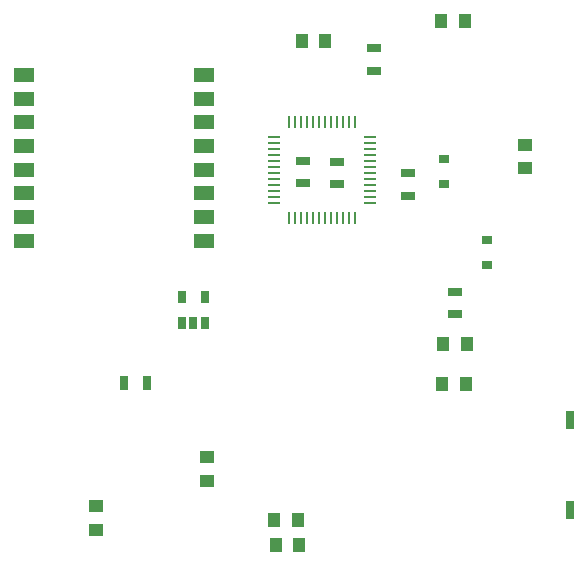
<source format=gtp>
G04 #@! TF.GenerationSoftware,KiCad,Pcbnew,5.1.6-c6e7f7d~87~ubuntu18.04.1*
G04 #@! TF.CreationDate,2020-10-14T05:15:15+05:30*
G04 #@! TF.ProjectId,FrontEnd_4S,46726f6e-7445-46e6-945f-34532e6b6963,rev?*
G04 #@! TF.SameCoordinates,Original*
G04 #@! TF.FileFunction,Paste,Top*
G04 #@! TF.FilePolarity,Positive*
%FSLAX46Y46*%
G04 Gerber Fmt 4.6, Leading zero omitted, Abs format (unit mm)*
G04 Created by KiCad (PCBNEW 5.1.6-c6e7f7d~87~ubuntu18.04.1) date 2020-10-14 05:15:15*
%MOMM*%
%LPD*%
G01*
G04 APERTURE LIST*
%ADD10R,1.000000X0.230000*%
%ADD11R,0.230000X1.000000*%
%ADD12R,1.300000X0.700000*%
%ADD13R,0.700000X1.300000*%
%ADD14R,1.000000X1.250000*%
%ADD15R,1.250000X1.000000*%
%ADD16R,0.900000X0.800000*%
%ADD17R,0.760000X1.600000*%
%ADD18R,0.650000X1.060000*%
%ADD19R,1.700000X1.200000*%
G04 APERTURE END LIST*
D10*
X116299000Y-84836000D03*
D11*
X117569000Y-78486000D03*
X118077000Y-78486000D03*
X118585000Y-78486000D03*
X119093000Y-78486000D03*
X119601000Y-78486000D03*
X120109000Y-78486000D03*
X120617000Y-78486000D03*
X121125000Y-78486000D03*
X121633000Y-78486000D03*
X122141000Y-78486000D03*
X122649000Y-78486000D03*
X123157000Y-78486000D03*
D10*
X124427000Y-79756000D03*
X124427000Y-80264000D03*
X124427000Y-81280000D03*
X124427000Y-81788000D03*
X124427000Y-82296000D03*
X124427000Y-82804000D03*
X124427000Y-83312000D03*
X124427000Y-83820000D03*
X124427000Y-84328000D03*
X124427000Y-84836000D03*
X124427000Y-85344000D03*
D11*
X122649000Y-86614000D03*
X122141000Y-86614000D03*
X121633000Y-86614000D03*
X121125000Y-86614000D03*
X120617000Y-86614000D03*
X120109000Y-86614000D03*
X119601000Y-86614000D03*
X119093000Y-86614000D03*
X118585000Y-86614000D03*
X118077000Y-86614000D03*
X117569000Y-86614000D03*
D10*
X116299000Y-85344000D03*
X116299000Y-84328000D03*
X116299000Y-83820000D03*
X116299000Y-83312000D03*
X116299000Y-82804000D03*
X116299000Y-82296000D03*
X116299000Y-81788000D03*
X116299000Y-81280000D03*
X116299000Y-80772000D03*
X116299000Y-80264000D03*
X116299000Y-79756000D03*
D11*
X123157000Y-86614000D03*
D10*
X124427000Y-80772000D03*
D12*
X121666000Y-83736300D03*
X121666000Y-81836300D03*
X124818000Y-72235000D03*
X124818000Y-74135000D03*
D13*
X103647000Y-100576000D03*
X105547000Y-100576000D03*
D14*
X120657000Y-71607700D03*
X118657000Y-71607700D03*
D15*
X137536000Y-80407000D03*
X137536000Y-82407000D03*
X101237000Y-113009000D03*
X101237000Y-111009000D03*
X110683000Y-108874000D03*
X110683000Y-106874000D03*
D14*
X118358000Y-112141000D03*
X116358000Y-112141000D03*
X116470000Y-114303000D03*
X118470000Y-114303000D03*
X132559000Y-100663000D03*
X130559000Y-100663000D03*
X132653000Y-97307400D03*
X130653000Y-97307400D03*
X132481000Y-69885600D03*
X130481000Y-69885600D03*
D16*
X130752000Y-83696500D03*
X130752000Y-81596500D03*
X134379000Y-88464700D03*
X134379000Y-90564700D03*
D12*
X127704000Y-82809000D03*
X127704000Y-84709000D03*
X118788000Y-83649900D03*
X118788000Y-81749900D03*
X131656000Y-94775100D03*
X131656000Y-92875100D03*
D17*
X141387000Y-103746000D03*
X141387000Y-111366000D03*
D18*
X108544000Y-93258500D03*
X110444000Y-93258500D03*
X110444000Y-95458500D03*
X109494000Y-95458500D03*
X108544000Y-95458500D03*
D19*
X95161200Y-74518800D03*
X95161200Y-76518800D03*
X95161200Y-78518800D03*
X95161200Y-80518800D03*
X95161200Y-82518800D03*
X95161200Y-84518800D03*
X95161200Y-86518800D03*
X95161200Y-88518800D03*
X110391200Y-88518800D03*
X110391200Y-86518800D03*
X110391200Y-84518800D03*
X110391200Y-82518800D03*
X110391200Y-80518800D03*
X110391200Y-78518800D03*
X110391200Y-76518800D03*
X110391200Y-74518800D03*
M02*

</source>
